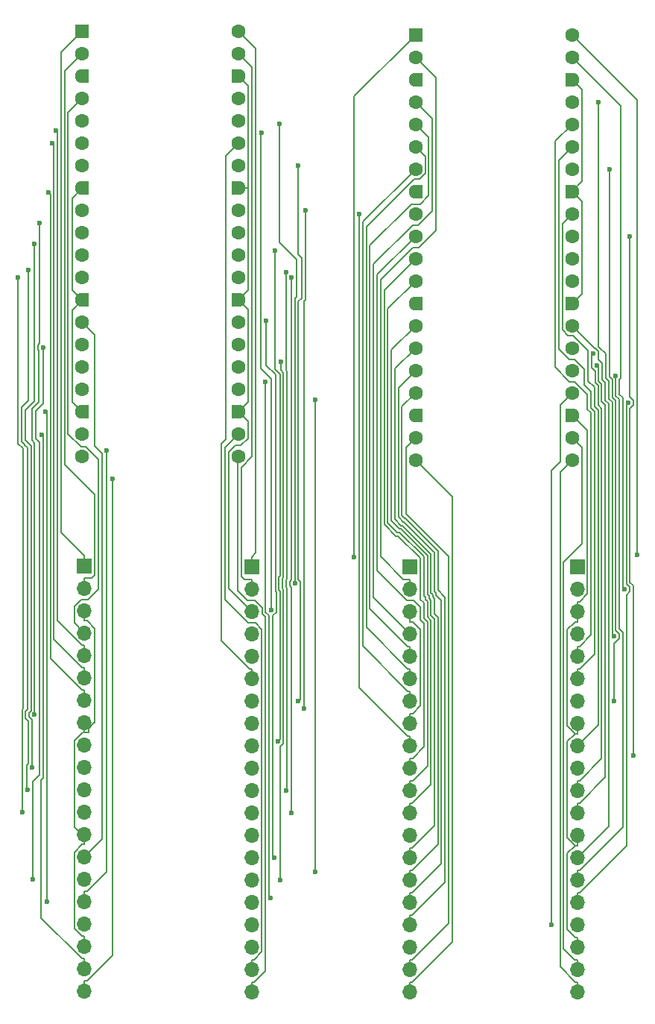
<source format=gbr>
%TF.GenerationSoftware,KiCad,Pcbnew,9.0.0*%
%TF.CreationDate,2025-03-28T14:39:21-04:00*%
%TF.ProjectId,GatorGrid,4761746f-7247-4726-9964-2e6b69636164,rev?*%
%TF.SameCoordinates,Original*%
%TF.FileFunction,Copper,L1,Top*%
%TF.FilePolarity,Positive*%
%FSLAX46Y46*%
G04 Gerber Fmt 4.6, Leading zero omitted, Abs format (unit mm)*
G04 Created by KiCad (PCBNEW 9.0.0) date 2025-03-28 14:39:21*
%MOMM*%
%LPD*%
G01*
G04 APERTURE LIST*
G04 Aperture macros list*
%AMRoundRect*
0 Rectangle with rounded corners*
0 $1 Rounding radius*
0 $2 $3 $4 $5 $6 $7 $8 $9 X,Y pos of 4 corners*
0 Add a 4 corners polygon primitive as box body*
4,1,4,$2,$3,$4,$5,$6,$7,$8,$9,$2,$3,0*
0 Add four circle primitives for the rounded corners*
1,1,$1+$1,$2,$3*
1,1,$1+$1,$4,$5*
1,1,$1+$1,$6,$7*
1,1,$1+$1,$8,$9*
0 Add four rect primitives between the rounded corners*
20,1,$1+$1,$2,$3,$4,$5,0*
20,1,$1+$1,$4,$5,$6,$7,0*
20,1,$1+$1,$6,$7,$8,$9,0*
20,1,$1+$1,$8,$9,$2,$3,0*%
%AMFreePoly0*
4,1,37,0.000000,0.796148,0.078414,0.796148,0.232228,0.765552,0.377117,0.705537,0.507515,0.618408,0.618408,0.507515,0.705537,0.377117,0.765552,0.232228,0.796148,0.078414,0.796148,-0.078414,0.765552,-0.232228,0.705537,-0.377117,0.618408,-0.507515,0.507515,-0.618408,0.377117,-0.705537,0.232228,-0.765552,0.078414,-0.796148,0.000000,-0.796148,0.000000,-0.800000,-0.600000,-0.800000,
-0.603843,-0.796157,-0.639018,-0.796157,-0.711114,-0.766294,-0.766294,-0.711114,-0.796157,-0.639018,-0.796157,-0.603843,-0.800000,-0.600000,-0.800000,0.600000,-0.796157,0.603843,-0.796157,0.639018,-0.766294,0.711114,-0.711114,0.766294,-0.639018,0.796157,-0.603843,0.796157,-0.600000,0.800000,0.000000,0.800000,0.000000,0.796148,0.000000,0.796148,$1*%
%AMFreePoly1*
4,1,37,0.603843,0.796157,0.639018,0.796157,0.711114,0.766294,0.766294,0.711114,0.796157,0.639018,0.796157,0.603843,0.800000,0.600000,0.800000,-0.600000,0.796157,-0.603843,0.796157,-0.639018,0.766294,-0.711114,0.711114,-0.766294,0.639018,-0.796157,0.603843,-0.796157,0.600000,-0.800000,0.000000,-0.800000,0.000000,-0.796148,-0.078414,-0.796148,-0.232228,-0.765552,-0.377117,-0.705537,
-0.507515,-0.618408,-0.618408,-0.507515,-0.705537,-0.377117,-0.765552,-0.232228,-0.796148,-0.078414,-0.796148,0.078414,-0.765552,0.232228,-0.705537,0.377117,-0.618408,0.507515,-0.507515,0.618408,-0.377117,0.705537,-0.232228,0.765552,-0.078414,0.796148,0.000000,0.796148,0.000000,0.800000,0.600000,0.800000,0.603843,0.796157,0.603843,0.796157,$1*%
G04 Aperture macros list end*
%TA.AperFunction,ComponentPad*%
%ADD10C,1.600000*%
%TD*%
%TA.AperFunction,ComponentPad*%
%ADD11FreePoly0,0.000000*%
%TD*%
%TA.AperFunction,ComponentPad*%
%ADD12FreePoly1,0.000000*%
%TD*%
%TA.AperFunction,ComponentPad*%
%ADD13RoundRect,0.200000X-0.600000X-0.600000X0.600000X-0.600000X0.600000X0.600000X-0.600000X0.600000X0*%
%TD*%
%TA.AperFunction,ComponentPad*%
%ADD14R,1.700000X1.700000*%
%TD*%
%TA.AperFunction,ComponentPad*%
%ADD15O,1.700000X1.700000*%
%TD*%
%TA.AperFunction,ViaPad*%
%ADD16C,0.600000*%
%TD*%
%TA.AperFunction,Conductor*%
%ADD17C,0.200000*%
%TD*%
G04 APERTURE END LIST*
D10*
%TO.P,U1,40,VBUS*%
%TO.N,AVBUS*%
X139000000Y-37300000D03*
%TO.P,U1,39,VSYS*%
%TO.N,AVSYS*%
X139000000Y-39840000D03*
D11*
%TO.P,U1,38,GND*%
%TO.N,GND*%
X139000000Y-42380000D03*
D10*
%TO.P,U1,37,3V3_EN*%
%TO.N,A3V3_EN*%
X139000000Y-44920000D03*
%TO.P,U1,36,3V3_OUT*%
%TO.N,A3V3(OUT)*%
X139000000Y-47460000D03*
%TO.P,U1,35,ADC_VREF*%
%TO.N,AADC_VREF*%
X139000000Y-50000000D03*
%TO.P,U1,34,ADC2_GP28*%
%TO.N,AGP28*%
X139000000Y-52540000D03*
D11*
%TO.P,U1,33,AGND*%
%TO.N,GND*%
X139000000Y-55080000D03*
D10*
%TO.P,U1,32,I2C1_SCL/ADC1/GP27*%
%TO.N,AGP27*%
X139000000Y-57620000D03*
%TO.P,U1,31,I2C1_SDA/ADC0/GP26*%
%TO.N,AGP26*%
X139000000Y-60160000D03*
%TO.P,U1,30,~{RUN}*%
%TO.N,ARUN*%
X139000000Y-62700000D03*
%TO.P,U1,29,GP22*%
%TO.N,AGP22*%
X139000000Y-65240000D03*
D11*
%TO.P,U1,28,GND*%
%TO.N,GND*%
X139000000Y-67780000D03*
D10*
%TO.P,U1,27,12C0_SCL/GP21*%
%TO.N,AGP21*%
X139000000Y-70320000D03*
%TO.P,U1,26,I2C0_SDA/GP20*%
%TO.N,AGP20*%
X139000000Y-72860000D03*
%TO.P,U1,25,I2C1_SCL/SPI0_TX/GP19*%
%TO.N,AGP19*%
X139000000Y-75400000D03*
%TO.P,U1,24,I2C1_SDA/SPI0_SCK/GP18*%
%TO.N,AGP18*%
X139000000Y-77940000D03*
D11*
%TO.P,U1,23,GND*%
%TO.N,GND*%
X139000000Y-80480000D03*
D10*
%TO.P,U1,22,UART0_RX/I2C0_SCL/SPI0_CSN/GP17*%
%TO.N,AGP17*%
X139000000Y-83020000D03*
%TO.P,U1,21,UART0_TX/I2C0_SDA/SPI0_RX/GP16*%
%TO.N,AGP16*%
X139000000Y-85560000D03*
%TO.P,U1,20,I2C1_SCL/SPI1_TX/GP15*%
%TO.N,AGP15*%
X121220000Y-85560000D03*
%TO.P,U1,19,I2C1_SDA/SPI1_SCK/GP14*%
%TO.N,AGP14*%
X121220000Y-83020000D03*
D12*
%TO.P,U1,18,GND*%
%TO.N,GND*%
X121220000Y-80480000D03*
D10*
%TO.P,U1,17,UART0_RX/I2C0_SCL/SPI1_CSN/GP13*%
%TO.N,AGP13*%
X121220000Y-77940000D03*
%TO.P,U1,16,UART0_TX/I2C0_SDA/SPI1_RX/GP12*%
%TO.N,AGP12*%
X121220000Y-75400000D03*
%TO.P,U1,15,I2C1_SCL/SPI1_TX/GP11*%
%TO.N,AGP11*%
X121220000Y-72860000D03*
%TO.P,U1,14,I2C1_SDA/SPI1_SCK/GP10*%
%TO.N,AGP10*%
X121220000Y-70320000D03*
D12*
%TO.P,U1,13,GND*%
%TO.N,GND*%
X121220000Y-67780000D03*
D10*
%TO.P,U1,12,UART1_RX/I2C0_SCL/SPI1_CSN/GP9*%
%TO.N,AGP9*%
X121220000Y-65240000D03*
%TO.P,U1,11,UART1_TX/I2C0_SDA/SPI1_RX/GP8*%
%TO.N,AGP8*%
X121220000Y-62700000D03*
%TO.P,U1,10,I2C1_SCL/SPI0_TX/GP7*%
%TO.N,AGP7*%
X121220000Y-60160000D03*
%TO.P,U1,9,I2C1_SDA/SPI0_SCK/GP6*%
%TO.N,AGP6*%
X121220000Y-57620000D03*
D12*
%TO.P,U1,8,GND*%
%TO.N,GND*%
X121220000Y-55080000D03*
D10*
%TO.P,U1,7,UART1_RX/I2C0_SCL/SPI0_CSN/GP5*%
%TO.N,AGP5*%
X121220000Y-52540000D03*
%TO.P,U1,6,UART1_TX/I2C0_SDA/SPI0_RX/GP4*%
%TO.N,AGP4*%
X121220000Y-50000000D03*
%TO.P,U1,5,I2C1_SCL/SPI0_TX/GP3*%
%TO.N,AGP3*%
X121220000Y-47460000D03*
%TO.P,U1,4,I2C1_SDA/SPI0_SCK/GP2*%
%TO.N,AGP2*%
X121220000Y-44920000D03*
D12*
%TO.P,U1,3,GND*%
%TO.N,GND*%
X121220000Y-42380000D03*
D10*
%TO.P,U1,2,UART0_RX/I2C0_SCL/SPI0_CSN/GP1*%
%TO.N,AGP1*%
X121220000Y-39840000D03*
D13*
%TO.P,U1,1,UART0_TX/I2C0_SDA/SPI0_RX/GP0*%
%TO.N,AGP0*%
X121220000Y-37300000D03*
%TD*%
D14*
%TO.P,J4,1,Pin_1*%
%TO.N,AGP0*%
X121500000Y-97980000D03*
D15*
%TO.P,J4,2,Pin_2*%
%TO.N,AGP1*%
X121500000Y-100520000D03*
%TO.P,J4,3,Pin_3*%
%TO.N,GND*%
X121500000Y-103060000D03*
%TO.P,J4,4,Pin_4*%
%TO.N,AGP2*%
X121500000Y-105600000D03*
%TO.P,J4,5,Pin_5*%
%TO.N,AGP3*%
X121500000Y-108140000D03*
%TO.P,J4,6,Pin_6*%
%TO.N,AGP4*%
X121500000Y-110680000D03*
%TO.P,J4,7,Pin_7*%
%TO.N,AGP5*%
X121500000Y-113220000D03*
%TO.P,J4,8,Pin_8*%
%TO.N,GND*%
X121500000Y-115760000D03*
%TO.P,J4,9,Pin_9*%
%TO.N,AGP6*%
X121500000Y-118300000D03*
%TO.P,J4,10,Pin_10*%
%TO.N,AGP7*%
X121500000Y-120840000D03*
%TO.P,J4,11,Pin_11*%
%TO.N,AGP8*%
X121500000Y-123380000D03*
%TO.P,J4,12,Pin_12*%
%TO.N,AGP9*%
X121500000Y-125920000D03*
%TO.P,J4,13,Pin_13*%
%TO.N,GND*%
X121500000Y-128460000D03*
%TO.P,J4,14,Pin_14*%
%TO.N,AGP10*%
X121500000Y-131000000D03*
%TO.P,J4,15,Pin_15*%
%TO.N,AGP11*%
X121500000Y-133540000D03*
%TO.P,J4,16,Pin_16*%
%TO.N,AGP12*%
X121500000Y-136080000D03*
%TO.P,J4,17,Pin_17*%
%TO.N,AGP13*%
X121500000Y-138620000D03*
%TO.P,J4,18,Pin_18*%
%TO.N,GND*%
X121500000Y-141160000D03*
%TO.P,J4,19,Pin_19*%
%TO.N,AGP14*%
X121500000Y-143700000D03*
%TO.P,J4,20,Pin_20*%
%TO.N,AGP15*%
X121500000Y-146240000D03*
%TD*%
D14*
%TO.P,J7,1,Pin_1*%
%TO.N,AVBUS*%
X140500000Y-98100000D03*
D15*
%TO.P,J7,2,Pin_2*%
%TO.N,AVSYS*%
X140500000Y-100640000D03*
%TO.P,J7,3,Pin_3*%
%TO.N,GND*%
X140500000Y-103180000D03*
%TO.P,J7,4,Pin_4*%
%TO.N,A3V3_EN*%
X140500000Y-105720000D03*
%TO.P,J7,5,Pin_5*%
%TO.N,A3V3(OUT)*%
X140500000Y-108260000D03*
%TO.P,J7,6,Pin_6*%
%TO.N,AADC_VREF*%
X140500000Y-110800000D03*
%TO.P,J7,7,Pin_7*%
%TO.N,AGP28*%
X140500000Y-113340000D03*
%TO.P,J7,8,Pin_8*%
%TO.N,GND*%
X140500000Y-115880000D03*
%TO.P,J7,9,Pin_9*%
%TO.N,AGP27*%
X140500000Y-118420000D03*
%TO.P,J7,10,Pin_10*%
%TO.N,AGP26*%
X140500000Y-120960000D03*
%TO.P,J7,11,Pin_11*%
%TO.N,ARUN*%
X140500000Y-123500000D03*
%TO.P,J7,12,Pin_12*%
%TO.N,AGP22*%
X140500000Y-126040000D03*
%TO.P,J7,13,Pin_13*%
%TO.N,GND*%
X140500000Y-128580000D03*
%TO.P,J7,14,Pin_14*%
%TO.N,AGP21*%
X140500000Y-131120000D03*
%TO.P,J7,15,Pin_15*%
%TO.N,AGP20*%
X140500000Y-133660000D03*
%TO.P,J7,16,Pin_16*%
%TO.N,AGP19*%
X140500000Y-136200000D03*
%TO.P,J7,17,Pin_17*%
%TO.N,AGP18*%
X140500000Y-138740000D03*
%TO.P,J7,18,Pin_18*%
%TO.N,GND*%
X140500000Y-141280000D03*
%TO.P,J7,19,Pin_19*%
%TO.N,AGP17*%
X140500000Y-143820000D03*
%TO.P,J7,20,Pin_20*%
%TO.N,AGP16*%
X140500000Y-146360000D03*
%TD*%
D14*
%TO.P,J8,1,Pin_1*%
%TO.N,BVBUS*%
X177500000Y-98100000D03*
D15*
%TO.P,J8,2,Pin_2*%
%TO.N,BVSYS*%
X177500000Y-100640000D03*
%TO.P,J8,3,Pin_3*%
%TO.N,GND*%
X177500000Y-103180000D03*
%TO.P,J8,4,Pin_4*%
%TO.N,B3V3_EN*%
X177500000Y-105720000D03*
%TO.P,J8,5,Pin_5*%
%TO.N,B3V3(OUT)*%
X177500000Y-108260000D03*
%TO.P,J8,6,Pin_6*%
%TO.N,BADC_VREF*%
X177500000Y-110800000D03*
%TO.P,J8,7,Pin_7*%
%TO.N,BGP28*%
X177500000Y-113340000D03*
%TO.P,J8,8,Pin_8*%
%TO.N,GND*%
X177500000Y-115880000D03*
%TO.P,J8,9,Pin_9*%
%TO.N,BGP27*%
X177500000Y-118420000D03*
%TO.P,J8,10,Pin_10*%
%TO.N,BGP26*%
X177500000Y-120960000D03*
%TO.P,J8,11,Pin_11*%
%TO.N,BRUN*%
X177500000Y-123500000D03*
%TO.P,J8,12,Pin_12*%
%TO.N,BGP22*%
X177500000Y-126040000D03*
%TO.P,J8,13,Pin_13*%
%TO.N,GND*%
X177500000Y-128580000D03*
%TO.P,J8,14,Pin_14*%
%TO.N,BGP21*%
X177500000Y-131120000D03*
%TO.P,J8,15,Pin_15*%
%TO.N,BGP20*%
X177500000Y-133660000D03*
%TO.P,J8,16,Pin_16*%
%TO.N,BGP19*%
X177500000Y-136200000D03*
%TO.P,J8,17,Pin_17*%
%TO.N,BGP18*%
X177500000Y-138740000D03*
%TO.P,J8,18,Pin_18*%
%TO.N,GND*%
X177500000Y-141280000D03*
%TO.P,J8,19,Pin_19*%
%TO.N,BGP17*%
X177500000Y-143820000D03*
%TO.P,J8,20,Pin_20*%
%TO.N,BGP16*%
X177500000Y-146360000D03*
%TD*%
D14*
%TO.P,J6,1,Pin_1*%
%TO.N,BGP0*%
X158500000Y-98100000D03*
D15*
%TO.P,J6,2,Pin_2*%
%TO.N,BGP1*%
X158500000Y-100640000D03*
%TO.P,J6,3,Pin_3*%
%TO.N,GND*%
X158500000Y-103180000D03*
%TO.P,J6,4,Pin_4*%
%TO.N,BGP2*%
X158500000Y-105720000D03*
%TO.P,J6,5,Pin_5*%
%TO.N,BGP3*%
X158500000Y-108260000D03*
%TO.P,J6,6,Pin_6*%
%TO.N,BGP4*%
X158500000Y-110800000D03*
%TO.P,J6,7,Pin_7*%
%TO.N,BGP5*%
X158500000Y-113340000D03*
%TO.P,J6,8,Pin_8*%
%TO.N,GND*%
X158500000Y-115880000D03*
%TO.P,J6,9,Pin_9*%
%TO.N,BGP6*%
X158500000Y-118420000D03*
%TO.P,J6,10,Pin_10*%
%TO.N,BGP7*%
X158500000Y-120960000D03*
%TO.P,J6,11,Pin_11*%
%TO.N,BGP8*%
X158500000Y-123500000D03*
%TO.P,J6,12,Pin_12*%
%TO.N,BGP9*%
X158500000Y-126040000D03*
%TO.P,J6,13,Pin_13*%
%TO.N,GND*%
X158500000Y-128580000D03*
%TO.P,J6,14,Pin_14*%
%TO.N,BGP10*%
X158500000Y-131120000D03*
%TO.P,J6,15,Pin_15*%
%TO.N,BGP11*%
X158500000Y-133660000D03*
%TO.P,J6,16,Pin_16*%
%TO.N,BGP12*%
X158500000Y-136200000D03*
%TO.P,J6,17,Pin_17*%
%TO.N,BGP13*%
X158500000Y-138740000D03*
%TO.P,J6,18,Pin_18*%
%TO.N,GND*%
X158500000Y-141280000D03*
%TO.P,J6,19,Pin_19*%
%TO.N,BGP14*%
X158500000Y-143820000D03*
%TO.P,J6,20,Pin_20*%
%TO.N,BGP15*%
X158500000Y-146360000D03*
%TD*%
D13*
%TO.P,U2,1,UART0_TX/I2C0_SDA/SPI0_RX/GP0*%
%TO.N,BGP0*%
X159110000Y-37682500D03*
D10*
%TO.P,U2,2,UART0_RX/I2C0_SCL/SPI0_CSN/GP1*%
%TO.N,BGP1*%
X159110000Y-40222500D03*
D12*
%TO.P,U2,3,GND*%
%TO.N,GND*%
X159110000Y-42762500D03*
D10*
%TO.P,U2,4,I2C1_SDA/SPI0_SCK/GP2*%
%TO.N,BGP2*%
X159110000Y-45302500D03*
%TO.P,U2,5,I2C1_SCL/SPI0_TX/GP3*%
%TO.N,BGP3*%
X159110000Y-47842500D03*
%TO.P,U2,6,UART1_TX/I2C0_SDA/SPI0_RX/GP4*%
%TO.N,BGP4*%
X159110000Y-50382500D03*
%TO.P,U2,7,UART1_RX/I2C0_SCL/SPI0_CSN/GP5*%
%TO.N,BGP5*%
X159110000Y-52922500D03*
D12*
%TO.P,U2,8,GND*%
%TO.N,GND*%
X159110000Y-55462500D03*
D10*
%TO.P,U2,9,I2C1_SDA/SPI0_SCK/GP6*%
%TO.N,BGP6*%
X159110000Y-58002500D03*
%TO.P,U2,10,I2C1_SCL/SPI0_TX/GP7*%
%TO.N,BGP7*%
X159110000Y-60542500D03*
%TO.P,U2,11,UART1_TX/I2C0_SDA/SPI1_RX/GP8*%
%TO.N,BGP8*%
X159110000Y-63082500D03*
%TO.P,U2,12,UART1_RX/I2C0_SCL/SPI1_CSN/GP9*%
%TO.N,BGP9*%
X159110000Y-65622500D03*
D12*
%TO.P,U2,13,GND*%
%TO.N,GND*%
X159110000Y-68162500D03*
D10*
%TO.P,U2,14,I2C1_SDA/SPI1_SCK/GP10*%
%TO.N,BGP10*%
X159110000Y-70702500D03*
%TO.P,U2,15,I2C1_SCL/SPI1_TX/GP11*%
%TO.N,BGP11*%
X159110000Y-73242500D03*
%TO.P,U2,16,UART0_TX/I2C0_SDA/SPI1_RX/GP12*%
%TO.N,BGP12*%
X159110000Y-75782500D03*
%TO.P,U2,17,UART0_RX/I2C0_SCL/SPI1_CSN/GP13*%
%TO.N,BGP13*%
X159110000Y-78322500D03*
D12*
%TO.P,U2,18,GND*%
%TO.N,GND*%
X159110000Y-80862500D03*
D10*
%TO.P,U2,19,I2C1_SDA/SPI1_SCK/GP14*%
%TO.N,BGP14*%
X159110000Y-83402500D03*
%TO.P,U2,20,I2C1_SCL/SPI1_TX/GP15*%
%TO.N,BGP15*%
X159110000Y-85942500D03*
%TO.P,U2,21,UART0_TX/I2C0_SDA/SPI0_RX/GP16*%
%TO.N,BGP16*%
X176890000Y-85942500D03*
%TO.P,U2,22,UART0_RX/I2C0_SCL/SPI0_CSN/GP17*%
%TO.N,BGP17*%
X176890000Y-83402500D03*
D11*
%TO.P,U2,23,GND*%
%TO.N,GND*%
X176890000Y-80862500D03*
D10*
%TO.P,U2,24,I2C1_SDA/SPI0_SCK/GP18*%
%TO.N,BGP18*%
X176890000Y-78322500D03*
%TO.P,U2,25,I2C1_SCL/SPI0_TX/GP19*%
%TO.N,BGP19*%
X176890000Y-75782500D03*
%TO.P,U2,26,I2C0_SDA/GP20*%
%TO.N,BGP20*%
X176890000Y-73242500D03*
%TO.P,U2,27,12C0_SCL/GP21*%
%TO.N,BGP21*%
X176890000Y-70702500D03*
D11*
%TO.P,U2,28,GND*%
%TO.N,GND*%
X176890000Y-68162500D03*
D10*
%TO.P,U2,29,GP22*%
%TO.N,BGP22*%
X176890000Y-65622500D03*
%TO.P,U2,30,~{RUN}*%
%TO.N,BRUN*%
X176890000Y-63082500D03*
%TO.P,U2,31,I2C1_SDA/ADC0/GP26*%
%TO.N,BGP26*%
X176890000Y-60542500D03*
%TO.P,U2,32,I2C1_SCL/ADC1/GP27*%
%TO.N,BGP27*%
X176890000Y-58002500D03*
D11*
%TO.P,U2,33,AGND*%
%TO.N,GND*%
X176890000Y-55462500D03*
D10*
%TO.P,U2,34,ADC2_GP28*%
%TO.N,BGP28*%
X176890000Y-52922500D03*
%TO.P,U2,35,ADC_VREF*%
%TO.N,BADC_VREF*%
X176890000Y-50382500D03*
%TO.P,U2,36,3V3_OUT*%
%TO.N,B3V3(OUT)*%
X176890000Y-47842500D03*
%TO.P,U2,37,3V3_EN*%
%TO.N,B3V3_EN*%
X176890000Y-45302500D03*
D11*
%TO.P,U2,38,GND*%
%TO.N,GND*%
X176890000Y-42762500D03*
D10*
%TO.P,U2,39,VSYS*%
%TO.N,BVSYS*%
X176890000Y-40222500D03*
%TO.P,U2,40,VBUS*%
%TO.N,BVBUS*%
X176890000Y-37682500D03*
%TD*%
D16*
%TO.N,AGP6*%
X115825000Y-114883000D03*
X116396000Y-59010200D03*
%TO.N,AGP9*%
X114420000Y-125920000D03*
X113976000Y-65240000D03*
%TO.N,AGP14*%
X116603000Y-83060800D03*
%TO.N,AGP11*%
X115625000Y-133540000D03*
X116796000Y-73156900D03*
%TO.N,AGP13*%
X117230000Y-136062000D03*
X117029000Y-80508000D03*
%TO.N,AGP3*%
X118240000Y-48516500D03*
%TO.N,AGP7*%
X115528000Y-120840000D03*
X115792000Y-61393100D03*
%TO.N,AGP15*%
X124694000Y-88058200D03*
%TO.N,AGP8*%
X115023000Y-123380000D03*
X115122000Y-64347200D03*
%TO.N,AGP5*%
X117408000Y-55589500D03*
%TO.N,AGP4*%
X117826000Y-50000000D03*
%TO.N,AGP12*%
X123982000Y-84840800D03*
%TO.N,BGP26*%
X183471400Y-60542500D03*
X183873100Y-119481300D03*
%TO.N,B3V3_EN*%
X179921700Y-45302500D03*
X181664600Y-105921700D03*
%TO.N,BGP20*%
X181853400Y-76371200D03*
%TO.N,BGP22*%
X179720900Y-75228800D03*
%TO.N,BRUN*%
X179319200Y-73898300D03*
%TO.N,BVSYS*%
X182869700Y-100640000D03*
%TO.N,BGP19*%
X183271400Y-79451200D03*
%TO.N,BGP18*%
X174542200Y-138707200D03*
%TO.N,BGP28*%
X181126800Y-52922500D03*
X181664600Y-113340000D03*
%TO.N,BVBUS*%
X184274800Y-96736500D03*
%TO.N,BGP0*%
X152116000Y-96999700D03*
%TO.N,BGP6*%
X152717800Y-58002500D03*
%TO.N,AGP21*%
X143071000Y-131120000D03*
X142170000Y-70175200D03*
%TO.N,AGP26*%
X143509000Y-117863000D03*
X143135000Y-62200100D03*
%TO.N,A3V3_EN*%
X145408000Y-99980200D03*
X143633000Y-47795200D03*
%TO.N,AGP22*%
X145020000Y-126040000D03*
X145006000Y-65240000D03*
%TO.N,AGP18*%
X147748000Y-132734000D03*
X147748000Y-79116700D03*
%TO.N,A3V3(OUT)*%
X142687000Y-102962000D03*
X141581000Y-48804000D03*
%TO.N,AGP28*%
X145796000Y-113340000D03*
X145796000Y-52540000D03*
%TO.N,ARUN*%
X144416000Y-123500000D03*
X144384000Y-64615700D03*
%TO.N,AGP20*%
X143749000Y-133660000D03*
X143782000Y-74768300D03*
%TO.N,AGP27*%
X146411000Y-114127000D03*
X146599000Y-57620000D03*
%TO.N,AGP19*%
X142666000Y-135678000D03*
X142086000Y-77039200D03*
%TD*%
D17*
%TO.N,AGP6*%
X115825000Y-83994300D02*
X115825000Y-114883000D01*
X115532000Y-83701400D02*
X115825000Y-83994300D01*
X115532000Y-80124400D02*
X115532000Y-83701400D01*
X116273000Y-79383400D02*
X115532000Y-80124400D01*
X116273000Y-73484400D02*
X116273000Y-79383400D01*
X116194000Y-73404800D02*
X116273000Y-73484400D01*
X116194000Y-72906600D02*
X116194000Y-73404800D01*
X116396000Y-72703800D02*
X116194000Y-72906600D01*
X116396000Y-59010200D02*
X116396000Y-72703800D01*
%TO.N,AGP9*%
X113976000Y-84088200D02*
X113976000Y-65240000D01*
X114521000Y-84632600D02*
X113976000Y-84088200D01*
X114521000Y-114200000D02*
X114521000Y-84632600D01*
X114420000Y-114301000D02*
X114521000Y-114200000D01*
X114420000Y-125920000D02*
X114420000Y-114301000D01*
%TO.N,AGP10*%
X123509000Y-128991000D02*
X121500000Y-131000000D01*
X123509000Y-85217900D02*
X123509000Y-128991000D01*
X122630000Y-84339300D02*
X123509000Y-85217900D01*
X122630000Y-71730000D02*
X122630000Y-84339300D01*
X121220000Y-70320000D02*
X122630000Y-71730000D01*
%TO.N,AGP14*%
X116828000Y-83286400D02*
X116603000Y-83060800D01*
X116828000Y-122035000D02*
X116828000Y-83286400D01*
X116596000Y-122267000D02*
X116828000Y-122035000D01*
X116596000Y-137932000D02*
X116596000Y-122267000D01*
X121212000Y-142548000D02*
X116596000Y-137932000D01*
X121500000Y-142548000D02*
X121212000Y-142548000D01*
X121500000Y-143700000D02*
X121500000Y-142548000D01*
%TO.N,AGP11*%
X115625000Y-122469000D02*
X115625000Y-133540000D01*
X116427000Y-121667000D02*
X115625000Y-122469000D01*
X116427000Y-83950800D02*
X116427000Y-121667000D01*
X115975000Y-83499200D02*
X116427000Y-83950800D01*
X115975000Y-80388200D02*
X115975000Y-83499200D01*
X116796000Y-79566800D02*
X115975000Y-80388200D01*
X116796000Y-73156900D02*
X116796000Y-79566800D01*
%TO.N,AGP0*%
X121500000Y-96828300D02*
X121500000Y-97980000D01*
X118842000Y-94170400D02*
X121500000Y-96828300D01*
X118842000Y-39677900D02*
X118842000Y-94170400D01*
X121220000Y-37300000D02*
X118842000Y-39677900D01*
%TO.N,AGP13*%
X117230000Y-80708800D02*
X117029000Y-80508000D01*
X117230000Y-136062000D02*
X117230000Y-80708800D01*
%TO.N,AGP3*%
X118435000Y-48711400D02*
X118240000Y-48516500D01*
X118435000Y-104211000D02*
X118435000Y-48711400D01*
X121212000Y-106988000D02*
X118435000Y-104211000D01*
X121500000Y-106988000D02*
X121212000Y-106988000D01*
X121500000Y-108140000D02*
X121500000Y-106988000D01*
%TO.N,AGP7*%
X115528000Y-115436000D02*
X115528000Y-120840000D01*
X115223000Y-115132000D02*
X115528000Y-115436000D01*
X115223000Y-114634000D02*
X115223000Y-115132000D01*
X115423000Y-114433000D02*
X115223000Y-114634000D01*
X115423000Y-84326900D02*
X115423000Y-114433000D01*
X114780000Y-83683300D02*
X115423000Y-84326900D01*
X114780000Y-80308800D02*
X114780000Y-83683300D01*
X115794000Y-79294100D02*
X114780000Y-80308800D01*
X115794000Y-73573700D02*
X115794000Y-79294100D01*
X115792000Y-73571100D02*
X115794000Y-73573700D01*
X115792000Y-61393100D02*
X115792000Y-73571100D01*
%TO.N,AGP15*%
X124694000Y-142163000D02*
X124694000Y-88058200D01*
X121768000Y-145088000D02*
X124694000Y-142163000D01*
X121500000Y-145088000D02*
X121768000Y-145088000D01*
X121500000Y-146240000D02*
X121500000Y-145088000D01*
%TO.N,AGP1*%
X121500000Y-99368300D02*
X121500000Y-100520000D01*
X122292000Y-99368300D02*
X121500000Y-99368300D01*
X122659000Y-99001500D02*
X122292000Y-99368300D01*
X122659000Y-89875900D02*
X122659000Y-99001500D01*
X119244000Y-86461100D02*
X122659000Y-89875900D01*
X119244000Y-41816200D02*
X119244000Y-86461100D01*
X121220000Y-39840000D02*
X119244000Y-41816200D01*
%TO.N,AGP8*%
X114922000Y-123279000D02*
X115023000Y-123380000D01*
X114922000Y-120595000D02*
X114922000Y-123279000D01*
X115122000Y-120395000D02*
X114922000Y-120595000D01*
X115122000Y-115599000D02*
X115122000Y-120395000D01*
X114822000Y-115298000D02*
X115122000Y-115599000D01*
X114822000Y-114467000D02*
X114822000Y-115298000D01*
X115022000Y-114267000D02*
X114822000Y-114467000D01*
X115022000Y-84565500D02*
X115022000Y-114267000D01*
X114721000Y-84264600D02*
X115022000Y-84565500D01*
X114721000Y-84192300D02*
X114721000Y-84264600D01*
X114378000Y-83849600D02*
X114721000Y-84192300D01*
X114378000Y-79957200D02*
X114378000Y-83849600D01*
X115122000Y-79212800D02*
X114378000Y-79957200D01*
X115122000Y-64347200D02*
X115122000Y-79212800D01*
%TO.N,AGP5*%
X117632000Y-55813700D02*
X117408000Y-55589500D01*
X117632000Y-108469000D02*
X117632000Y-55813700D01*
X121232000Y-112068000D02*
X117632000Y-108469000D01*
X121500000Y-112068000D02*
X121232000Y-112068000D01*
X121500000Y-113220000D02*
X121500000Y-112068000D01*
%TO.N,AGP2*%
X120342000Y-104442000D02*
X121500000Y-105600000D01*
X120342000Y-102569000D02*
X120342000Y-104442000D01*
X121121000Y-101790000D02*
X120342000Y-102569000D01*
X121891000Y-101790000D02*
X121121000Y-101790000D01*
X123062000Y-100619000D02*
X121891000Y-101790000D01*
X123062000Y-85843700D02*
X123062000Y-100619000D01*
X121676000Y-84458300D02*
X123062000Y-85843700D01*
X121096000Y-84458300D02*
X121676000Y-84458300D01*
X119646000Y-83008200D02*
X121096000Y-84458300D01*
X119646000Y-46494500D02*
X119646000Y-83008200D01*
X121220000Y-44920000D02*
X119646000Y-46494500D01*
%TO.N,AGP4*%
X118034000Y-50207000D02*
X117826000Y-50000000D01*
X118034000Y-106330000D02*
X118034000Y-50207000D01*
X121232000Y-109528000D02*
X118034000Y-106330000D01*
X121500000Y-109528000D02*
X121232000Y-109528000D01*
X121500000Y-110680000D02*
X121500000Y-109528000D01*
%TO.N,AGP12*%
X123982000Y-132734000D02*
X123982000Y-84840800D01*
X121788000Y-134928000D02*
X123982000Y-132734000D01*
X121500000Y-134928000D02*
X121788000Y-134928000D01*
X121500000Y-136080000D02*
X121500000Y-134928000D01*
%TO.N,BGP26*%
X183471400Y-78800400D02*
X183471400Y-60542500D01*
X183471500Y-78800400D02*
X183471400Y-78800400D01*
X183873100Y-79202000D02*
X183471500Y-78800400D01*
X183873100Y-79700400D02*
X183873100Y-79202000D01*
X183473000Y-80100500D02*
X183873100Y-79700400D01*
X183473000Y-99824400D02*
X183473000Y-80100500D01*
X183873100Y-100224500D02*
X183473000Y-99824400D01*
X183873100Y-119481300D02*
X183873100Y-100224500D01*
%TO.N,B3V3_EN*%
X179921700Y-73081900D02*
X179921700Y-45302500D01*
X180725100Y-73885300D02*
X179921700Y-73081900D01*
X180725100Y-76662000D02*
X180725100Y-73885300D01*
X181062800Y-76999700D02*
X180725100Y-76662000D01*
X181062800Y-78991400D02*
X181062800Y-76999700D01*
X181464500Y-79393100D02*
X181062800Y-78991400D01*
X181464500Y-105721600D02*
X181464500Y-79393100D01*
X181664600Y-105921700D02*
X181464500Y-105721600D01*
%TO.N,BGP20*%
X177500000Y-133660000D02*
X177500000Y-132508300D01*
X181866200Y-76384000D02*
X181853400Y-76371200D01*
X181866200Y-78658800D02*
X181866200Y-76384000D01*
X182267900Y-79060500D02*
X181866200Y-78658800D01*
X182267900Y-105106100D02*
X182267900Y-79060500D01*
X182668000Y-105506200D02*
X182267900Y-105106100D01*
X182668000Y-127608800D02*
X182668000Y-105506200D01*
X177768500Y-132508300D02*
X182668000Y-127608800D01*
X177500000Y-132508300D02*
X177768500Y-132508300D01*
%TO.N,BGP22*%
X177768500Y-124888300D02*
X177500000Y-124888300D01*
X180661100Y-121995700D02*
X177768500Y-124888300D01*
X180661100Y-79725700D02*
X180661100Y-121995700D01*
X180259400Y-79324000D02*
X180661100Y-79725700D01*
X180259400Y-77332300D02*
X180259400Y-79324000D01*
X179921700Y-76994600D02*
X180259400Y-77332300D01*
X179921700Y-75429600D02*
X179921700Y-76994600D01*
X179720900Y-75228800D02*
X179921700Y-75429600D01*
X177500000Y-126040000D02*
X177500000Y-124888300D01*
%TO.N,BRUN*%
X177500000Y-123500000D02*
X177500000Y-122348300D01*
X177766500Y-122348300D02*
X177500000Y-122348300D01*
X180259400Y-119855400D02*
X177766500Y-122348300D01*
X180259400Y-80093500D02*
X180259400Y-119855400D01*
X179857700Y-79691800D02*
X180259400Y-80093500D01*
X179857700Y-77498600D02*
X179857700Y-79691800D01*
X179520000Y-77160900D02*
X179857700Y-77498600D01*
X179520000Y-75878600D02*
X179520000Y-77160900D01*
X179519900Y-75878600D02*
X179520000Y-75878600D01*
X179119200Y-75477900D02*
X179519900Y-75878600D01*
X179119200Y-74098300D02*
X179119200Y-75477900D01*
X179319200Y-73898300D02*
X179119200Y-74098300D01*
%TO.N,BVSYS*%
X182455100Y-45787600D02*
X176890000Y-40222500D01*
X182455100Y-76620400D02*
X182455100Y-45787600D01*
X182267900Y-76807600D02*
X182455100Y-76620400D01*
X182267900Y-78492500D02*
X182267900Y-76807600D01*
X182669600Y-78894200D02*
X182267900Y-78492500D01*
X182669600Y-100439900D02*
X182669600Y-78894200D01*
X182869700Y-100640000D02*
X182669600Y-100439900D01*
%TO.N,BGP19*%
X177500000Y-136200000D02*
X177500000Y-135048300D01*
X183071300Y-79651300D02*
X183271400Y-79451200D01*
X183071300Y-99990800D02*
X183071300Y-79651300D01*
X183118800Y-100038300D02*
X183071300Y-99990800D01*
X183118900Y-100038300D02*
X183118800Y-100038300D01*
X183471400Y-100390800D02*
X183118900Y-100038300D01*
X183471400Y-100889200D02*
X183471400Y-100390800D01*
X183071300Y-101289300D02*
X183471400Y-100889200D01*
X183071200Y-101289300D02*
X183071300Y-101289300D01*
X183071200Y-129745600D02*
X183071200Y-101289300D01*
X177768500Y-135048300D02*
X183071200Y-129745600D01*
X177500000Y-135048300D02*
X177768500Y-135048300D01*
%TO.N,BGP27*%
X179857700Y-116062300D02*
X177500000Y-118420000D01*
X179857700Y-80259900D02*
X179857700Y-116062300D01*
X179456000Y-79858200D02*
X179857700Y-80259900D01*
X179456000Y-77700400D02*
X179456000Y-79858200D01*
X178717500Y-76961900D02*
X179456000Y-77700400D01*
X178717500Y-73497500D02*
X178717500Y-76961900D01*
X177050900Y-71830900D02*
X178717500Y-73497500D01*
X176450500Y-71830900D02*
X177050900Y-71830900D01*
X175788300Y-71168700D02*
X176450500Y-71830900D01*
X175788300Y-59104200D02*
X175788300Y-71168700D01*
X176890000Y-58002500D02*
X175788300Y-59104200D01*
%TO.N,BGP16*%
X177500000Y-146360000D02*
X177500000Y-145208300D01*
X175541900Y-87290600D02*
X176890000Y-85942500D01*
X175541900Y-143491000D02*
X175541900Y-87290600D01*
X177259200Y-145208300D02*
X175541900Y-143491000D01*
X177500000Y-145208300D02*
X177259200Y-145208300D01*
%TO.N,BGP18*%
X174542200Y-87150300D02*
X174542200Y-138707200D01*
X175542100Y-86150400D02*
X174542200Y-87150300D01*
X175542100Y-79670400D02*
X175542100Y-86150400D01*
X176890000Y-78322500D02*
X175542100Y-79670400D01*
%TO.N,BADC_VREF*%
X177500000Y-110800000D02*
X177500000Y-109648300D01*
X177768500Y-109648300D02*
X177500000Y-109648300D01*
X179456000Y-107960800D02*
X177768500Y-109648300D01*
X179456000Y-80426200D02*
X179456000Y-107960800D01*
X179054300Y-80024500D02*
X179456000Y-80426200D01*
X179054300Y-78182300D02*
X179054300Y-80024500D01*
X178315800Y-77443800D02*
X179054300Y-78182300D01*
X178315800Y-75622300D02*
X178315800Y-77443800D01*
X177206000Y-74512500D02*
X178315800Y-75622300D01*
X176555300Y-74512500D02*
X177206000Y-74512500D01*
X175370200Y-73327400D02*
X176555300Y-74512500D01*
X175370200Y-51902300D02*
X175370200Y-73327400D01*
X176890000Y-50382500D02*
X175370200Y-51902300D01*
%TO.N,BGP17*%
X177500000Y-143820000D02*
X177500000Y-142668300D01*
X177212000Y-142668300D02*
X177500000Y-142668300D01*
X175943600Y-141399900D02*
X177212000Y-142668300D01*
X175943600Y-97529700D02*
X175943600Y-141399900D01*
X178002600Y-95470700D02*
X175943600Y-97529700D01*
X178002600Y-84515100D02*
X178002600Y-95470700D01*
X176890000Y-83402500D02*
X178002600Y-84515100D01*
%TO.N,BGP28*%
X181126800Y-76495700D02*
X181126800Y-52922500D01*
X181464500Y-76833400D02*
X181126800Y-76495700D01*
X181464500Y-78825100D02*
X181464500Y-76833400D01*
X181866200Y-79226800D02*
X181464500Y-78825100D01*
X181866200Y-105272500D02*
X181866200Y-79226800D01*
X181913700Y-105320000D02*
X181866200Y-105272500D01*
X181913800Y-105320000D02*
X181913700Y-105320000D01*
X182266300Y-105672500D02*
X181913800Y-105320000D01*
X182266300Y-106170900D02*
X182266300Y-105672500D01*
X181664700Y-106772500D02*
X182266300Y-106170900D01*
X181664600Y-106772500D02*
X181664700Y-106772500D01*
X181664600Y-113340000D02*
X181664600Y-106772500D01*
%TO.N,BVBUS*%
X184274800Y-45067300D02*
X176890000Y-37682500D01*
X184274800Y-96736500D02*
X184274800Y-45067300D01*
%TO.N,B3V3(OUT)*%
X177500000Y-108260000D02*
X177500000Y-107108300D01*
X177766500Y-107108300D02*
X177500000Y-107108300D01*
X179053400Y-105821400D02*
X177766500Y-107108300D01*
X179053400Y-80591600D02*
X179053400Y-105821400D01*
X178652600Y-80190800D02*
X179053400Y-80591600D01*
X178652600Y-78525400D02*
X178652600Y-80190800D01*
X177179700Y-77052500D02*
X178652600Y-78525400D01*
X176598000Y-77052500D02*
X177179700Y-77052500D01*
X174968500Y-75423000D02*
X176598000Y-77052500D01*
X174968500Y-49764000D02*
X174968500Y-75423000D01*
X176890000Y-47842500D02*
X174968500Y-49764000D01*
%TO.N,BGP21*%
X179484100Y-73296600D02*
X176890000Y-70702500D01*
X179568400Y-73296600D02*
X179484100Y-73296600D01*
X179920900Y-73649100D02*
X179568400Y-73296600D01*
X179920900Y-74577900D02*
X179920900Y-73649100D01*
X180323400Y-74980400D02*
X179920900Y-74577900D01*
X180323400Y-76828300D02*
X180323400Y-74980400D01*
X180661100Y-77166000D02*
X180323400Y-76828300D01*
X180661100Y-79157700D02*
X180661100Y-77166000D01*
X181062800Y-79559400D02*
X180661100Y-79157700D01*
X181062800Y-127557200D02*
X181062800Y-79559400D01*
X177500000Y-131120000D02*
X181062800Y-127557200D01*
%TO.N,BGP7*%
X158500000Y-120960000D02*
X158500000Y-119808300D01*
X154727700Y-64924800D02*
X159110000Y-60542500D01*
X154727700Y-98497200D02*
X154727700Y-64924800D01*
X158140500Y-101910000D02*
X154727700Y-98497200D01*
X158911900Y-101910000D02*
X158140500Y-101910000D01*
X159656800Y-102654900D02*
X158911900Y-101910000D01*
X159656800Y-104116300D02*
X159656800Y-102654900D01*
X160058500Y-104518000D02*
X159656800Y-104116300D01*
X160058500Y-118518300D02*
X160058500Y-104518000D01*
X158768500Y-119808300D02*
X160058500Y-118518300D01*
X158500000Y-119808300D02*
X158768500Y-119808300D01*
%TO.N,BGP0*%
X152116000Y-44676500D02*
X152116000Y-96999700D01*
X159110000Y-37682500D02*
X152116000Y-44676500D01*
%TO.N,BGP2*%
X154324600Y-101544600D02*
X158500000Y-105720000D01*
X154324600Y-63722200D02*
X154324600Y-101544600D01*
X158774300Y-59272500D02*
X154324600Y-63722200D01*
X159413400Y-59272500D02*
X158774300Y-59272500D01*
X161018100Y-57667800D02*
X159413400Y-59272500D01*
X161018100Y-47210600D02*
X161018100Y-57667800D01*
X159110000Y-45302500D02*
X161018100Y-47210600D01*
%TO.N,BGP5*%
X158500000Y-113340000D02*
X158500000Y-112188300D01*
X158231500Y-112188300D02*
X158500000Y-112188300D01*
X153119500Y-107076300D02*
X158231500Y-112188300D01*
X153119500Y-58913000D02*
X153119500Y-107076300D01*
X159110000Y-52922500D02*
X153119500Y-58913000D01*
%TO.N,BGP15*%
X158500000Y-146360000D02*
X158500000Y-145208300D01*
X163272100Y-90104600D02*
X159110000Y-85942500D01*
X163272100Y-140701700D02*
X163272100Y-90104600D01*
X158765500Y-145208300D02*
X163272100Y-140701700D01*
X158500000Y-145208300D02*
X158765500Y-145208300D01*
%TO.N,BGP6*%
X158500000Y-118420000D02*
X158500000Y-117268300D01*
X152717800Y-111754600D02*
X152717800Y-58002500D01*
X158231500Y-117268300D02*
X152717800Y-111754600D01*
X158500000Y-117268300D02*
X158231500Y-117268300D01*
%TO.N,BGP12*%
X158500000Y-136200000D02*
X158500000Y-135048300D01*
X157162800Y-77729700D02*
X159110000Y-75782500D01*
X157162800Y-92419800D02*
X157162800Y-77729700D01*
X157733000Y-92990000D02*
X157162800Y-92419800D01*
X157820500Y-92990000D02*
X157733000Y-92990000D01*
X161263600Y-96433100D02*
X157820500Y-92990000D01*
X161263600Y-100883600D02*
X161263600Y-96433100D01*
X161458500Y-101078500D02*
X161263600Y-100883600D01*
X161458500Y-101306200D02*
X161458500Y-101078500D01*
X162067000Y-101914700D02*
X161458500Y-101306200D01*
X162067000Y-131747000D02*
X162067000Y-101914700D01*
X158765700Y-135048300D02*
X162067000Y-131747000D01*
X158500000Y-135048300D02*
X158765700Y-135048300D01*
%TO.N,BGP3*%
X158500000Y-108260000D02*
X158500000Y-107108300D01*
X158231500Y-107108300D02*
X158500000Y-107108300D01*
X153922900Y-102799700D02*
X158231500Y-107108300D01*
X153922900Y-61567200D02*
X153922900Y-102799700D01*
X158602700Y-56887400D02*
X153922900Y-61567200D01*
X159661300Y-56887400D02*
X158602700Y-56887400D01*
X160616400Y-55932300D02*
X159661300Y-56887400D01*
X160616400Y-49348900D02*
X160616400Y-55932300D01*
X159110000Y-47842500D02*
X160616400Y-49348900D01*
%TO.N,BGP8*%
X158500000Y-123500000D02*
X158500000Y-122348300D01*
X155554500Y-66638000D02*
X159110000Y-63082500D01*
X155554500Y-93277200D02*
X155554500Y-66638000D01*
X156874100Y-94596800D02*
X155554500Y-93277200D01*
X157155300Y-94596800D02*
X156874100Y-94596800D01*
X159656800Y-97098300D02*
X157155300Y-94596800D01*
X159656800Y-101776500D02*
X159656800Y-97098300D01*
X160058500Y-102178200D02*
X159656800Y-101776500D01*
X160058500Y-103950000D02*
X160058500Y-102178200D01*
X160460200Y-104351700D02*
X160058500Y-103950000D01*
X160460200Y-120698900D02*
X160460200Y-104351700D01*
X158810800Y-122348300D02*
X160460200Y-120698900D01*
X158500000Y-122348300D02*
X158810800Y-122348300D01*
%TO.N,BGP11*%
X158500000Y-133660000D02*
X158500000Y-132508300D01*
X156759600Y-75592900D02*
X159110000Y-73242500D01*
X156759600Y-92672100D02*
X156759600Y-75592900D01*
X157479200Y-93391700D02*
X156759600Y-92672100D01*
X157654200Y-93391700D02*
X157479200Y-93391700D01*
X160861900Y-96599400D02*
X157654200Y-93391700D01*
X160861900Y-101049900D02*
X160861900Y-96599400D01*
X161056800Y-101244800D02*
X160861900Y-101049900D01*
X161056800Y-101472500D02*
X161056800Y-101244800D01*
X161263600Y-101679300D02*
X161056800Y-101472500D01*
X161263600Y-103451100D02*
X161263600Y-101679300D01*
X161665300Y-103852800D02*
X161263600Y-103451100D01*
X161665300Y-129608700D02*
X161665300Y-103852800D01*
X158765700Y-132508300D02*
X161665300Y-129608700D01*
X158500000Y-132508300D02*
X158765700Y-132508300D01*
%TO.N,BGP10*%
X158500000Y-131120000D02*
X158500000Y-129968300D01*
X156357900Y-73454600D02*
X159110000Y-70702500D01*
X156357900Y-92838400D02*
X156357900Y-73454600D01*
X157312900Y-93793400D02*
X156357900Y-92838400D01*
X157487900Y-93793400D02*
X157312900Y-93793400D01*
X160460200Y-96765700D02*
X157487900Y-93793400D01*
X160460200Y-101216200D02*
X160460200Y-96765700D01*
X160655100Y-101411100D02*
X160460200Y-101216200D01*
X160655100Y-101638800D02*
X160655100Y-101411100D01*
X160861900Y-101845600D02*
X160655100Y-101638800D01*
X160861900Y-103617400D02*
X160861900Y-101845600D01*
X161263600Y-104019100D02*
X160861900Y-103617400D01*
X161263600Y-127470400D02*
X161263600Y-104019100D01*
X158765700Y-129968300D02*
X161263600Y-127470400D01*
X158500000Y-129968300D02*
X158765700Y-129968300D01*
%TO.N,BGP14*%
X158500000Y-143820000D02*
X158500000Y-142668300D01*
X158004600Y-84507900D02*
X159110000Y-83402500D01*
X158004600Y-92038100D02*
X158004600Y-84507900D01*
X162870400Y-96903900D02*
X158004600Y-92038100D01*
X162870400Y-138558600D02*
X162870400Y-96903900D01*
X158760700Y-142668300D02*
X162870400Y-138558600D01*
X158500000Y-142668300D02*
X158760700Y-142668300D01*
%TO.N,BGP4*%
X158500000Y-110800000D02*
X158500000Y-109648300D01*
X158231500Y-109648300D02*
X158500000Y-109648300D01*
X153521200Y-104938000D02*
X158231500Y-109648300D01*
X153521200Y-59482700D02*
X153521200Y-104938000D01*
X158953000Y-54050900D02*
X153521200Y-59482700D01*
X159553500Y-54050900D02*
X158953000Y-54050900D01*
X160214700Y-53389700D02*
X159553500Y-54050900D01*
X160214700Y-51487200D02*
X160214700Y-53389700D01*
X159110000Y-50382500D02*
X160214700Y-51487200D01*
%TO.N,BGP1*%
X158500000Y-100640000D02*
X158500000Y-99488300D01*
X161419800Y-42532300D02*
X159110000Y-40222500D01*
X161419800Y-59855500D02*
X161419800Y-42532300D01*
X159462800Y-61812500D02*
X161419800Y-59855500D01*
X158771200Y-61812500D02*
X159462800Y-61812500D01*
X155129400Y-65454300D02*
X158771200Y-61812500D01*
X155129400Y-96930100D02*
X155129400Y-65454300D01*
X157687600Y-99488300D02*
X155129400Y-96930100D01*
X158500000Y-99488300D02*
X157687600Y-99488300D01*
%TO.N,BGP13*%
X158500000Y-138740000D02*
X158500000Y-137588300D01*
X157564500Y-79868000D02*
X159110000Y-78322500D01*
X157564500Y-92250700D02*
X157564500Y-79868000D01*
X157902100Y-92588300D02*
X157564500Y-92250700D01*
X157986800Y-92588300D02*
X157902100Y-92588300D01*
X161665300Y-96266800D02*
X157986800Y-92588300D01*
X161665300Y-100717300D02*
X161665300Y-96266800D01*
X162468700Y-101520700D02*
X161665300Y-100717300D01*
X162468700Y-133885300D02*
X162468700Y-101520700D01*
X158765700Y-137588300D02*
X162468700Y-133885300D01*
X158500000Y-137588300D02*
X158765700Y-137588300D01*
%TO.N,BGP9*%
X158500000Y-126040000D02*
X158500000Y-124888300D01*
X155956200Y-68776300D02*
X159110000Y-65622500D01*
X155956200Y-93084500D02*
X155956200Y-68776300D01*
X157066800Y-94195100D02*
X155956200Y-93084500D01*
X157321600Y-94195100D02*
X157066800Y-94195100D01*
X160058500Y-96932000D02*
X157321600Y-94195100D01*
X160058500Y-101382500D02*
X160058500Y-96932000D01*
X160253400Y-101577400D02*
X160058500Y-101382500D01*
X160253400Y-101805100D02*
X160253400Y-101577400D01*
X160460200Y-102011900D02*
X160253400Y-101805100D01*
X160460200Y-103783700D02*
X160460200Y-102011900D01*
X160861900Y-104185400D02*
X160460200Y-103783700D01*
X160861900Y-122792100D02*
X160861900Y-104185400D01*
X158765700Y-124888300D02*
X160861900Y-122792100D01*
X158500000Y-124888300D02*
X158765700Y-124888300D01*
%TO.N,AGP21*%
X142908000Y-130956000D02*
X143071000Y-131120000D01*
X142908000Y-103593000D02*
X142908000Y-130956000D01*
X143289000Y-103212000D02*
X142908000Y-103593000D01*
X143289000Y-100984000D02*
X143289000Y-103212000D01*
X143199000Y-100894000D02*
X143289000Y-100984000D01*
X143199000Y-76269800D02*
X143199000Y-100894000D01*
X142170000Y-75241000D02*
X143199000Y-76269800D01*
X142170000Y-70175200D02*
X142170000Y-75241000D01*
%TO.N,AGP16*%
X138935000Y-85625300D02*
X138935000Y-86262600D01*
X140500000Y-145208000D02*
X140500000Y-146360000D01*
X140788000Y-145208000D02*
X140500000Y-145208000D01*
X142054000Y-143942000D02*
X140788000Y-145208000D01*
X142054000Y-103748000D02*
X142054000Y-143942000D01*
X141684000Y-103378000D02*
X142054000Y-103748000D01*
X141684000Y-102694000D02*
X141684000Y-103378000D01*
X140900000Y-101910000D02*
X141684000Y-102694000D01*
X140044000Y-101910000D02*
X140900000Y-101910000D01*
X138935000Y-100801000D02*
X140044000Y-101910000D01*
X138935000Y-86262600D02*
X138935000Y-100801000D01*
X139000000Y-86197600D02*
X139000000Y-85560000D01*
X138935000Y-86262600D02*
X139000000Y-86197600D01*
%TO.N,AGP26*%
X143711000Y-117662000D02*
X143509000Y-117863000D01*
X143711000Y-100838000D02*
X143711000Y-117662000D01*
X143601000Y-100728000D02*
X143711000Y-100838000D01*
X143601000Y-99232200D02*
X143601000Y-100728000D01*
X143711000Y-99122100D02*
X143601000Y-99232200D01*
X143711000Y-76213500D02*
X143711000Y-99122100D01*
X143135000Y-75637700D02*
X143711000Y-76213500D01*
X143135000Y-62200100D02*
X143135000Y-75637700D01*
%TO.N,A3V3_EN*%
X143633000Y-61232900D02*
X143633000Y-47795200D01*
X145626000Y-63226000D02*
X143633000Y-61232900D01*
X145626000Y-67392000D02*
X145626000Y-63226000D01*
X145408000Y-67610200D02*
X145626000Y-67392000D01*
X145408000Y-99980200D02*
X145408000Y-67610200D01*
%TO.N,AGP22*%
X145020000Y-100443000D02*
X145020000Y-126040000D01*
X144806000Y-100229000D02*
X145020000Y-100443000D01*
X144806000Y-99731100D02*
X144806000Y-100229000D01*
X145006000Y-99531100D02*
X144806000Y-99731100D01*
X145006000Y-65240000D02*
X145006000Y-99531100D01*
%TO.N,AGP18*%
X147748000Y-132734000D02*
X147748000Y-79116700D01*
%TO.N,AGP17*%
X140500000Y-142668000D02*
X140500000Y-143820000D01*
X140751000Y-142668000D02*
X140500000Y-142668000D01*
X141652000Y-141766000D02*
X140751000Y-142668000D01*
X141652000Y-105185000D02*
X141652000Y-141766000D01*
X140917000Y-104450000D02*
X141652000Y-105185000D01*
X140102000Y-104450000D02*
X140917000Y-104450000D01*
X137478000Y-101826000D02*
X140102000Y-104450000D01*
X137478000Y-84541500D02*
X137478000Y-101826000D01*
X139000000Y-83020000D02*
X137478000Y-84541500D01*
%TO.N,AVBUS*%
X140500000Y-96948300D02*
X140500000Y-98100000D01*
X140956000Y-96491800D02*
X140500000Y-96948300D01*
X140956000Y-39256500D02*
X140956000Y-96491800D01*
X139000000Y-37300000D02*
X140956000Y-39256500D01*
%TO.N,A3V3(OUT)*%
X142687000Y-76752600D02*
X142687000Y-102962000D01*
X141526000Y-75591400D02*
X142687000Y-76752600D01*
X141526000Y-48859400D02*
X141526000Y-75591400D01*
X141581000Y-48804000D02*
X141526000Y-48859400D01*
%TO.N,AGP28*%
X145796000Y-62627500D02*
X145796000Y-52540000D01*
X146197000Y-63029200D02*
X145796000Y-62627500D01*
X146197000Y-67588500D02*
X146197000Y-63029200D01*
X145810000Y-67976400D02*
X146197000Y-67588500D01*
X145810000Y-99531000D02*
X145810000Y-67976400D01*
X146010000Y-99731000D02*
X145810000Y-99531000D01*
X146010000Y-113126000D02*
X146010000Y-99731000D01*
X145796000Y-113340000D02*
X146010000Y-113126000D01*
%TO.N,ARUN*%
X144514000Y-123402000D02*
X144416000Y-123500000D01*
X144514000Y-100506000D02*
X144514000Y-123402000D01*
X144404000Y-100396000D02*
X144514000Y-100506000D01*
X144404000Y-99564800D02*
X144404000Y-100396000D01*
X144514000Y-99454700D02*
X144404000Y-99564800D01*
X144514000Y-75880900D02*
X144514000Y-99454700D01*
X144384000Y-75750600D02*
X144514000Y-75880900D01*
X144384000Y-64615700D02*
X144384000Y-75750600D01*
%TO.N,AGP20*%
X143749000Y-118476000D02*
X143749000Y-133660000D01*
X144113000Y-118112000D02*
X143749000Y-118476000D01*
X144113000Y-100672000D02*
X144113000Y-118112000D01*
X144003000Y-100562000D02*
X144113000Y-100672000D01*
X144003000Y-99398500D02*
X144003000Y-100562000D01*
X144113000Y-99288400D02*
X144003000Y-99398500D01*
X144113000Y-76047200D02*
X144113000Y-99288400D01*
X143814000Y-75748900D02*
X144113000Y-76047200D01*
X143814000Y-74801200D02*
X143814000Y-75748900D01*
X143782000Y-74768300D02*
X143814000Y-74801200D01*
%TO.N,AADC_VREF*%
X137564000Y-51436500D02*
X139000000Y-50000000D01*
X137564000Y-83604600D02*
X137564000Y-51436500D01*
X137050000Y-84118100D02*
X137564000Y-83604600D01*
X137050000Y-106467000D02*
X137050000Y-84118100D01*
X140232000Y-109648000D02*
X137050000Y-106467000D01*
X140500000Y-109648000D02*
X140232000Y-109648000D01*
X140500000Y-110800000D02*
X140500000Y-109648000D01*
%TO.N,AVSYS*%
X140500000Y-99488300D02*
X140500000Y-100640000D01*
X139686000Y-99488300D02*
X140500000Y-99488300D01*
X139343000Y-99145800D02*
X139686000Y-99488300D01*
X139343000Y-86775100D02*
X139343000Y-99145800D01*
X140553000Y-85564800D02*
X139343000Y-86775100D01*
X140553000Y-41393300D02*
X140553000Y-85564800D01*
X139000000Y-39840000D02*
X140553000Y-41393300D01*
%TO.N,AGP27*%
X146599000Y-67754800D02*
X146599000Y-57620000D01*
X146407000Y-67947200D02*
X146599000Y-67754800D01*
X146407000Y-99560200D02*
X146407000Y-67947200D01*
X146411000Y-99564700D02*
X146407000Y-99560200D01*
X146411000Y-114127000D02*
X146411000Y-99564700D01*
%TO.N,AGP19*%
X142467000Y-135479000D02*
X142666000Y-135678000D01*
X142467000Y-103591000D02*
X142467000Y-135479000D01*
X142440000Y-103564000D02*
X142467000Y-103591000D01*
X142438000Y-103564000D02*
X142440000Y-103564000D01*
X142086000Y-103211000D02*
X142438000Y-103564000D01*
X142086000Y-77039200D02*
X142086000Y-103211000D01*
%TO.N,GND*%
X120084000Y-79343500D02*
X121220000Y-80480000D01*
X120084000Y-68916500D02*
X120084000Y-79343500D01*
X121220000Y-67780000D02*
X120084000Y-68916500D01*
X120084000Y-66644300D02*
X121220000Y-67780000D01*
X120084000Y-56215700D02*
X120084000Y-66644300D01*
X121220000Y-55080000D02*
X120084000Y-56215700D01*
X139000000Y-55080000D02*
X140126000Y-55080000D01*
X140126000Y-43505900D02*
X140126000Y-55080000D01*
X139000000Y-42380000D02*
X140126000Y-43505900D01*
X140126000Y-66654100D02*
X139000000Y-67780000D01*
X140126000Y-55080000D02*
X140126000Y-66654100D01*
X121500000Y-115760000D02*
X121500000Y-116912000D01*
X140102000Y-68881700D02*
X139000000Y-67780000D01*
X140102000Y-79378300D02*
X140102000Y-68881700D01*
X139000000Y-80480000D02*
X140102000Y-79378300D01*
X140102000Y-81581700D02*
X139000000Y-80480000D01*
X140102000Y-83477100D02*
X140102000Y-81581700D01*
X139289000Y-84290000D02*
X140102000Y-83477100D01*
X138658000Y-84290000D02*
X139289000Y-84290000D01*
X137880000Y-85067500D02*
X138658000Y-84290000D01*
X137880000Y-100560000D02*
X137880000Y-85067500D01*
X140500000Y-103180000D02*
X137880000Y-100560000D01*
X122008000Y-116912000D02*
X121500000Y-116912000D01*
X122008000Y-116836000D02*
X122008000Y-116912000D01*
X121947000Y-116775000D02*
X122008000Y-116836000D01*
X121947000Y-116442000D02*
X121947000Y-116775000D01*
X122602000Y-115787000D02*
X121947000Y-116442000D01*
X122603000Y-115787000D02*
X122602000Y-115787000D01*
X122652000Y-115738000D02*
X122603000Y-115787000D01*
X122652000Y-105076000D02*
X122652000Y-115738000D01*
X121788000Y-104212000D02*
X122652000Y-105076000D01*
X121500000Y-104212000D02*
X121788000Y-104212000D01*
X121500000Y-103060000D02*
X121500000Y-104212000D01*
X121500000Y-129186500D02*
X121500000Y-128460000D01*
X121500000Y-128761000D02*
X121500000Y-129186500D01*
X120348000Y-127610000D02*
X121500000Y-128761000D01*
X120348000Y-117823000D02*
X120348000Y-127610000D01*
X121260000Y-116912000D02*
X120348000Y-117823000D01*
X121500000Y-116912000D02*
X121260000Y-116912000D01*
X121500000Y-140008000D02*
X121500000Y-141160000D01*
X121212000Y-140008000D02*
X121500000Y-140008000D01*
X120342000Y-139138000D02*
X121212000Y-140008000D01*
X120342000Y-130501000D02*
X120342000Y-139138000D01*
X121232000Y-129612000D02*
X120342000Y-130501000D01*
X121500000Y-129612000D02*
X121232000Y-129612000D01*
X121500000Y-129186500D02*
X121500000Y-129612000D01*
X178010600Y-54341900D02*
X176890000Y-55462500D01*
X178010600Y-43883100D02*
X178010600Y-54341900D01*
X176890000Y-42762500D02*
X178010600Y-43883100D01*
X178001200Y-67051300D02*
X176890000Y-68162500D01*
X178001200Y-56573700D02*
X178001200Y-67051300D01*
X176890000Y-55462500D02*
X178001200Y-56573700D01*
X158768500Y-114728300D02*
X158500000Y-114728300D01*
X159656800Y-113840000D02*
X158768500Y-114728300D01*
X159656800Y-105214100D02*
X159656800Y-113840000D01*
X158774400Y-104331700D02*
X159656800Y-105214100D01*
X158500000Y-104331700D02*
X158774400Y-104331700D01*
X158500000Y-115880000D02*
X158500000Y-114728300D01*
X177500000Y-141280000D02*
X177500000Y-140128300D01*
X177500000Y-128580000D02*
X177500000Y-129731700D01*
X177500000Y-115880000D02*
X177500000Y-117031700D01*
X176348300Y-130614900D02*
X177231500Y-129731700D01*
X176348300Y-139231500D02*
X176348300Y-130614900D01*
X177245100Y-140128300D02*
X176348300Y-139231500D01*
X177500000Y-140128300D02*
X177245100Y-140128300D01*
X177231500Y-129731700D02*
X177500000Y-129731700D01*
X177500000Y-103180000D02*
X177500000Y-104331700D01*
X177231500Y-104331700D02*
X177500000Y-104331700D01*
X176347600Y-105215600D02*
X177231500Y-104331700D01*
X176347600Y-116147800D02*
X176347600Y-105215600D01*
X177231500Y-117031700D02*
X176347600Y-116147800D01*
X176348300Y-117914900D02*
X177231500Y-117031700D01*
X176348300Y-128848500D02*
X176348300Y-117914900D01*
X177231500Y-129731700D02*
X176348300Y-128848500D01*
X177231500Y-117031700D02*
X177500000Y-117031700D01*
X177740500Y-102028300D02*
X177500000Y-102028300D01*
X178651700Y-101117100D02*
X177740500Y-102028300D01*
X178651700Y-82624200D02*
X178651700Y-101117100D01*
X176890000Y-80862500D02*
X178651700Y-82624200D01*
X177500000Y-103180000D02*
X177500000Y-102028300D01*
X158500000Y-103180000D02*
X158500000Y-104331700D01*
%TD*%
M02*

</source>
